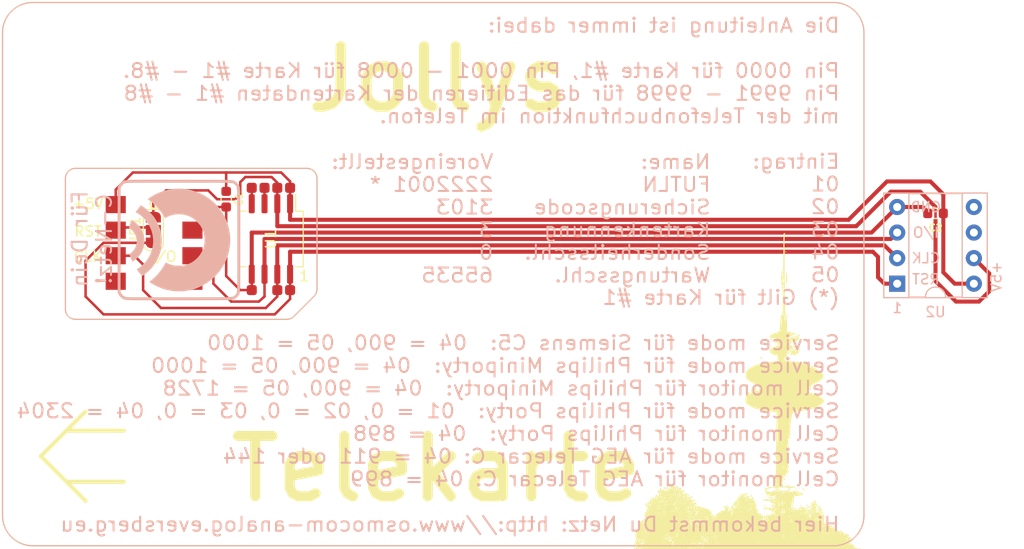
<source format=kicad_pcb>
(kicad_pcb (version 20211014) (generator pcbnew)
  (title_block (title "C-Netz SIM card emulator") (date "2022-06-01") (rev "V2.0") (company "Jolly") (comment 1 "Use 0.8mm PCB, not more!!!"))
  (layers (0 "F.Cu" signal) (31 "B.Cu" signal) (34 "B.Paste" user) (35 "F.Paste" user) (36 "B.SilkS" user "B.Silkscreen") (37 "F.SilkS" user "F.Silkscreen") (38 "B.Mask" user) (39 "F.Mask" user) (44 "Edge.Cuts" user))
  (net 0 "")
  (net 1 "+5V")
  (net 2 "GND")
  (net 3 "Net-(TP3-Pad1)")
  (net 4 "Net-(TP4-Pad1)")
  (net 5 "Net-(TP5-Pad1)")
  (net 6 "Net-(J1-Pad3)")
  (net 7 "Net-(J1-Pad2)")
  (net 8 "Net-(J1-Pad7)")
  (net 12 "Net-(TP7-Pad1)")
  (footprint "simkarte:tp_for_sim" (layer "F.Cu") (at 135.255 92.075)
    (fp_text reference "TP1" hide)
    (fp_text value "VCC" hide)
    (pad "1" smd roundrect locked (at 0 0) (size 1 1) (layers "F.Cu" "F.Paste" "F.Mask") (net 1 "+5V"))
  )
  (footprint "simkarte:tp_for_sim" (layer "F.Cu") (at 131.445 102.235)
    (fp_text reference "TP2" hide)
    (fp_text value "GND" hide)
    (pad "1" smd roundrect locked (at 0 0) (size 1 1) (layers "F.Cu" "F.Paste" "F.Mask") (net 2 "GND"))
  )
  (footprint "simkarte:tp_for_sim" (layer "F.Cu") (at 131.445 92.075)
    (fp_text reference "TP3" hide)
    (fp_text value "MOSI" hide)
    (pad "1" smd roundrect locked (at 0 0) (size 1 1) (layers "F.Cu" "F.Paste" "F.Mask") (net 3 "Net-(TP3-Pad1)"))
  )
  (footprint "simkarte:tp_for_sim" (layer "F.Cu") (at 132.715 92.075)
    (fp_text reference "TP4" hide)
    (fp_text value "MISO" hide)
    (pad "1" smd roundrect locked (at 0 0) (size 1 1) (layers "F.Cu" "F.Paste" "F.Mask") (net 4 "Net-(TP4-Pad1)"))
  )
  (footprint "simkarte:tp_for_sim" (layer "F.Cu") (at 133.985 92.075)
    (fp_text reference "TP5" hide)
    (fp_text value "SCK" hide)
    (pad "1" smd roundrect locked (at 0 0) (size 1 1) (layers "F.Cu" "F.Paste" "F.Mask") (net 5 "Net-(TP5-Pad1)"))
  )
  (footprint "simkarte:tp_for_sim" (layer "F.Cu") (at 133.985 102.235)
    (fp_text reference "TP6" hide)
    (fp_text value "CLOCK" hide)
    (pad "1" smd roundrect locked (at 0 0) (size 1 1) (layers "F.Cu" "F.Paste" "F.Mask") (net 6 "Net-(J1-Pad3)"))
  )
  (footprint "simkarte:tp_for_sim" (layer "F.Cu") (at 135.255 102.235)
    (fp_text reference "TP7" hide)
    (fp_text value "RESET" hide)
    (pad "1" smd roundrect locked (at 0 0) (size 1 1) (layers "F.Cu" "F.Paste" "F.Mask") (net 12 "Net-(TP7-Pad1)"))
  )
  (footprint "Capacitor_SMD:C_0603_1608Metric" (layer "F.Cu") (at 128.905 93.205 -90)
    (fp_text reference "C1" (at 0 -1.27 90) (layer "F.SilkS") (effects (font (size 0.7 0.7))))
    (fp_text value "C")
    (pad "1" smd roundrect (at -0.775 0 270) (size 0.9 0.95) (layers "F.Cu" "F.Paste" "F.Mask") (net 1 "+5V"))
    (pad "2" smd roundrect (at 0.775 0 270) (size 0.9 0.95) (layers "F.Cu" "F.Paste" "F.Mask") (net 2 "GND"))
  )
  (footprint "Capacitor_SMD:C_0603_1608Metric" (layer "F.Cu") (at 199.39 94.615 180)
    (fp_text reference "C2" (at 0 -1.43) (layer "F.SilkS") (effects (font (size 0.7 0.7))))
    (fp_text value "C")
    (pad "1" smd roundrect (at -0.775 0 180) (size 0.9 0.95) (layers "F.Cu" "F.Paste" "F.Mask") (net 1 "+5V"))
    (pad "2" smd roundrect (at 0.775 0 180) (size 0.9 0.95) (layers "F.Cu" "F.Paste" "F.Mask") (net 2 "GND"))
  )
  (footprint "simkarte:SIM-Pads" (layer "F.Cu") (at 106.68 73.66)
    (fp_text reference "J1" hide)
    (fp_text value "SIM_Card" hide)
    (pad "1" smd rect locked (at 11.25 20.08) (size 2 1.7) (layers "F.Cu" "F.Paste" "F.Mask") (net 1 "+5V"))
    (pad "2" smd rect locked (at 11.25 22.62) (size 2 1.7) (layers "F.Cu" "F.Paste" "F.Mask") (net 7 "Net-(J1-Pad2)"))
    (pad "3" smd rect locked (at 11.25 25.16) (size 2 1.7) (layers "F.Cu" "F.Paste" "F.Mask") (net 6 "Net-(J1-Pad3)"))
    (pad "4" smd rect locked (at 11.25 27.7) (size 2 1.7) (layers "F.Cu" "F.Paste" "F.Mask"))
    (pad "5" smd rect locked (at 18.87 20.08) (size 2 1.7) (layers "F.Cu" "F.Paste" "F.Mask") (net 2 "GND"))
    (pad "6" smd rect locked (at 18.87 22.62) (size 2 1.7) (layers "F.Cu" "F.Paste" "F.Mask"))
    (pad "7" smd rect locked (at 18.87 25.16) (size 2 1.7) (layers "F.Cu" "F.Paste" "F.Mask") (net 8 "Net-(J1-Pad7)"))
    (pad "8" smd rect locked (at 18.87 27.7) (size 2 1.7) (layers "F.Cu" "F.Paste" "F.Mask"))
  )
  (footprint "Jumper:SolderJumper-3_P1.3mm_Bridged12_RoundedPad1.0x1.5mm_NumberLabels" (layer "F.Cu") (at 121.666 96.266 90)
    (fp_text reference "JP1" (at 0 -1.8 90) (layer "F.SilkS"))
    (fp_text value "Jumper_3_Bridged12")
    (fp_poly (pts (xy -0.9 -0.3) (xy -0.4 -0.3) (xy -0.4 0.3) (xy -0.9 0.3)) (layer "F.Cu") (width 0) (fill solid))
    (pad "1" smd custom (at -1.3 0 90) (size 1 0.5) (layers "F.Cu" "F.Mask") (net 12 "Net-(TP7-Pad1)") (options (clearance outline) (anchor rect)) (primitives (gr_poly (pts (xy 0.55 0.75) (xy 0 0.75) (xy 0 -0.75) (xy 0.55 -0.75)) (width 0) (fill yes)) (gr_circle (center 0 0.25) (end 0.5 0.25) (width 0) (fill yes)) (gr_circle (center 0 -0.25) (end 0.5 -0.25) (width 0) (fill yes))))
    (pad "2" smd rect (at 0 0 90) (size 1 1.5) (layers "F.Cu" "F.Mask") (net 7 "Net-(J1-Pad2)"))
    (pad "3" smd custom (at 1.3 0 90) (size 1 0.5) (layers "F.Cu" "F.Mask") (net 5 "Net-(TP5-Pad1)") (options (clearance outline) (anchor rect)) (primitives (gr_circle (center 0 0.25) (end 0.5 0.25) (width 0) (fill yes)) (gr_circle (center 0 -0.25) (end 0.5 -0.25) (width 0) (fill yes)) (gr_poly (pts (xy 0 0.75) (xy -0.55 0.75) (xy -0.55 -0.75) (xy 0 -0.75)) (width 0) (fill yes))))
  )
  (footprint "simkarte:stollberg" (layer "F.Cu") (at 184.505199 111.259414)
    (fp_text reference "G***" (at 0 0) (layer "F.SilkS") (effects (font (size 1.524 1.524) (thickness 0.3))))
    (fp_text value "LOGO" hide)
  )
  (footprint "simkarte:SO-8_falschrum" (layer "F.Cu") (at 133.35 97.155 -90)
    (fp_text reference "U1" (at 0 0 90) (layer "F.SilkS"))
    (fp_text value "ATtiny85-20PU")
    (pad "1" smd roundrect (at 3.5 -1.905 270) (size 1.9 0.6) (layers "F.Cu" "F.Paste" "F.Mask") (net 12 "Net-(TP7-Pad1)"))
    (pad "2" smd roundrect (at 3.5 -0.635 270) (size 1.9 0.6) (layers "F.Cu" "F.Paste" "F.Mask") (net 6 "Net-(J1-Pad3)"))
    (pad "3" smd roundrect (at 3.5 0.635 270) (size 1.9 0.6) (layers "F.Cu" "F.Paste" "F.Mask") (net 8 "Net-(J1-Pad7)"))
    (pad "4" smd roundrect (at 3.5 1.905 270) (size 1.9 0.6) (layers "F.Cu" "F.Paste" "F.Mask") (net 2 "GND"))
    (pad "5" smd roundrect (at -3.5 1.905 270) (size 1.9 0.6) (layers "F.Cu" "F.Paste" "F.Mask") (net 3 "Net-(TP3-Pad1)"))
    (pad "6" smd roundrect (at -3.5 0.635 270) (size 1.9 0.6) (layers "F.Cu" "F.Paste" "F.Mask") (net 4 "Net-(TP4-Pad1)"))
    (pad "7" smd roundrect (at -3.5 -0.635 270) (size 1.9 0.6) (layers "F.Cu" "F.Paste" "F.Mask") (net 5 "Net-(TP5-Pad1)"))
    (pad "8" smd roundrect (at -3.5 -1.905 270) (size 1.9 0.6) (layers "F.Cu" "F.Paste" "F.Mask") (net 1 "+5V"))
  )
  (footprint "Package_DIP:DIP-8_W7.62mm_Socket" (layer "B.Cu") (at 195.58 101.6)
    (fp_text reference "U2" (at 3.81 2.81 180) (layer "B.SilkS") (effects (justify mirror)))
    (fp_text value "ATtiny85-20PU")
    (pad "1" thru_hole rect (at 0 0) (size 1.6 1.6) (drill 0.8) (layers *.Cu *.Mask) (net 12 "Net-(TP7-Pad1)"))
    (pad "2" thru_hole oval (at 0 -2.54) (size 1.6 1.6) (drill 0.8) (layers *.Cu *.Mask) (net 6 "Net-(J1-Pad3)"))
    (pad "3" thru_hole oval (at 0 -5.08) (size 1.6 1.6) (drill 0.8) (layers *.Cu *.Mask) (net 8 "Net-(J1-Pad7)"))
    (pad "4" thru_hole oval (at 0 -7.62) (size 1.6 1.6) (drill 0.8) (layers *.Cu *.Mask) (net 2 "GND"))
    (pad "5" thru_hole oval (at 7.62 -7.62) (size 1.6 1.6) (drill 0.8) (layers *.Cu *.Mask))
    (pad "6" thru_hole oval (at 7.62 -5.08) (size 1.6 1.6) (drill 0.8) (layers *.Cu *.Mask))
    (pad "7" thru_hole oval (at 7.62 -2.54) (size 1.6 1.6) (drill 0.8) (layers *.Cu *.Mask) (net 5 "Net-(TP5-Pad1)"))
    (pad "8" thru_hole oval (at 7.62 0) (size 1.6 1.6) (drill 0.8) (layers *.Cu *.Mask) (net 1 "+5V"))
  )
  (footprint "simkarte:ctel" (layer "B.Cu") (at 124.206 97.4 180)
    (fp_text reference "G***" hide)
    (fp_text value "LOGO" hide)
  )
  (gr_line (start 114.935 123.19) (end 110.49 118.745) (layer "F.SilkS") (width 0.4))
  (gr_line (start 113.03 121.285) (end 118.745 121.285) (layer "F.SilkS") (width 0.4))
  (gr_line (start 110.49 118.745) (end 114.935 114.3) (layer "F.SilkS") (width 0.4))
  (gr_line (start 113.03 116.205) (end 118.745 116.205) (layer "F.SilkS") (width 0.4))
  (gr_line (start 189.28 73.66) (end 109.68 73.66) (layer "Edge.Cuts") (width 0.001))
  (gr_line (start 192.28 76.66) (end 192.28 90.66) (layer "Edge.Cuts") (width 0.001))
  (gr_arc (start 192.28 90.66) (mid 208.188713 97.66) (end 192.28 104.66) (layer "Edge.Cuts") (width 0.001))
  (gr_line (start 192.28 124.64) (end 192.28 104.66) (layer "Edge.Cuts") (width 0.001))
  (gr_arc (start 109.68 127.64) (mid 107.55868 126.76132) (end 106.68 124.64) (layer "Edge.Cuts") (width 0.001))
  (gr_line (start 109.68 127.64) (end 189.28 127.64) (layer "Edge.Cuts") (width 0.001))
  (gr_arc (start 189.28 73.66) (mid 191.40132 74.53868) (end 192.28 76.66) (layer "Edge.Cuts") (width 0.001))
  (gr_arc (start 192.28 124.64) (mid 191.40132 126.76132) (end 189.28 127.64) (layer "Edge.Cuts") (width 0.001))
  (gr_arc (start 106.68 76.66) (mid 107.55868 74.53868) (end 109.68 73.66) (layer "Edge.Cuts") (width 0.001))
  (gr_line (start 106.68 76.66) (end 106.68 124.64) (layer "Edge.Cuts") (width 0.001))
  (gr_text "Voreingestellt:\n2222001 *\n3103\n3\n0\n65535" (at 155.575 95.123) (layer "B.SilkS") (effects (font (size 1.4 1.5) (thickness 0.2)) (justify left mirror)))
  (gr_text "Die Anleitung ist immer dabei:\n\nPin 0000 für Karte #1, Pin 0001 - 0008 für Karte #1 - #8.\nPin 9991 - 9998 für das Editieren der Kartendaten #1 - #8\nmit der Telefonbuchfunktion im Telefon.\n\nEintrag:\n01\n02\n03\n04\n05\n(*) Gilt für Karte #1\n\nService mode für Siemens C5:  04 = 900, 05 = 1000\nService mode für Philips Miniporty:  04 = 900, 05 = 1000\nCell monitor für Philips Miniporty:  04 = 900, 05 = 1728\nService mode für Philips Porty:  01 = 0, 02 = 0, 03 = 0, 04 = 2304\nCell monitor für Philips Porty:  04 = 898\nService mode für AEG Telecar C: 04 = 911 oder 144\nCell monitor für AEG Telecar C: 04 = 899\n\nHier bekommst Du Netz: http://www.osmocom-analog.eversberg.eu" (at 189.99 100.72) (layer "B.SilkS") (effects (font (size 1.4 1.5) (thickness 0.2)) (justify left mirror)))
  (gr_text "1" (at 195.58 104.013) (layer "B.SilkS") (effects (font (size 1 1)) (justify mirror)))
  (gr_text "RST" (at 198.43 101.16) (layer "B.SilkS") (effects (font (size 1 1)) (justify mirror)))
  (gr_text "Für Dein\nC-Netz!" (at 115.57 97.155 90) (layer "B.SilkS") (effects (font (size 1.5 1.5) (thickness 0.2)) (justify mirror)))
  (gr_text "Name:\nFUTLN\nSicherungscode\nKartenkennung\nSonderheitsschl.\nWartungsschl." (at 177.165 95.123) (layer "B.SilkS") (effects (font (size 1.4 1.5) (thickness 0.2)) (justify left mirror)))
  (gr_text "CLK" (at 198.43 99.06) (layer "B.SilkS") (effects (font (size 1 1)) (justify mirror)))
  (gr_text "GND" (at 198.43 93.98) (layer "B.SilkS") (effects (font (size 1 1)) (justify mirror)))
  (gr_text "+5V" (at 205.43 100.91 90) (layer "B.SilkS") (effects (font (size 1 1)) (justify mirror)))
  (gr_text "I/O" (at 198.43 96.52) (layer "B.SilkS") (effects (font (size 1 1)) (justify mirror)))
  (gr_text "Telekarte" (at 149.79 120) (layer "F.SilkS") (effects (font (size 6 6) (thickness 1))))
  (gr_text "Jollys" (at 149.99 81.28) (layer "F.SilkS") (effects (font (size 6 6) (thickness 1))))
  (gr_text "I/O" (at 122.68 98.91) (layer "F.SilkS") (effects (font (size 1 1))))
  (gr_text "CLK" (at 115.18 98.91) (layer "F.SilkS") (effects (font (size 1 1))))
  (gr_text "1" (at 136.652 100.838) (layer "F.SilkS") (effects (font (size 1 1))))
  (gr_text "RST\n" (at 115.18 96.41) (layer "F.SilkS") (effects (font (size 1 1))))
  (gr_text "GND" (at 122.68 93.66) (layer "F.SilkS") (effects (font (size 1 1))))
  (gr_text "+5V" (at 115.18 93.66) (layer "F.SilkS") (effects (font (size 1 1))))
  (segment (start 200.165 100.47) (end 200.165 94.615) (width 0.4) (layer "F.Cu") (net 1))
  (segment (start 135.255 95.25) (end 190.754 95.25) (width 0.4) (layer "F.Cu") (net 1))
  (segment (start 203.2 101.6) (end 201.295 101.6) (width 0.4) (layer "F.Cu") (net 1))
  (segment (start 135.255 92.075) (end 135.255 91.44) (width 0.25) (layer "F.Cu") (net 1))
  (segment (start 135.255 91.44) (end 134.366 90.551) (width 0.25) (layer "F.Cu") (net 1))
  (segment (start 194.564 91.44) (end 198.882 91.44) (width 0.4) (layer "F.Cu") (net 1))
  (segment (start 135.255 92.075) (end 135.255 94.072) (width 0.25) (layer "F.Cu") (net 1))
  (segment (start 128.905 92.43) (end 128.905 90.551) (width 0.25) (layer "F.Cu") (net 1))
  (segment (start 198.882 91.44) (end 200.165 92.723) (width 0.4) (layer "F.Cu") (net 1))
  (segment (start 119.634 90.551) (end 117.93 92.255) (width 0.25) (layer "F.Cu") (net 1))
  (segment (start 135.255 94.072) (end 135.255 95.25) (width 0.4) (layer "F.Cu") (net 1))
  (segment (start 201.295 101.6) (end 200.165 100.47) (width 0.4) (layer "F.Cu") (net 1))
  (segment (start 190.754 95.25) (end 194.564 91.44) (width 0.4) (layer "F.Cu") (net 1))
  (segment (start 117.93 92.255) (end 117.93 93.74) (width 0.25) (layer "F.Cu") (net 1))
  (segment (start 200.165 92.723) (end 200.165 94.615) (width 0.4) (layer "F.Cu") (net 1))
  (segment (start 134.366 90.551) (end 119.634 90.551) (width 0.25) (layer "F.Cu") (net 1))
  (segment (start 125.79 93.98) (end 125.55 93.74) (width 0.25) (layer "F.Cu") (net 2))
  (segment (start 193.04 96.52) (end 195.58 93.98) (width 0.4) (layer "F.Cu") (net 2))
  (segment (start 130.302 102.235) (end 131.445 102.235) (width 0.25) (layer "F.Cu") (net 2))
  (segment (start 131.445 99.222) (end 131.445 102.235) (width 0.25) (layer "F.Cu") (net 2))
  (segment (start 198.615 94.475) (end 198.12 93.98) (width 0.4) (layer "F.Cu") (net 2))
  (segment (start 131.445 100.655) (end 131.445 96.52) (width 0.4) (layer "F.Cu") (net 2))
  (segment (start 128.905 100.838) (end 130.302 102.235) (width 0.25) (layer "F.Cu") (net 2))
  (segment (start 131.445 96.52) (end 193.04 96.52) (width 0.4) (layer "F.Cu") (net 2))
  (segment (start 198.615 94.615) (end 198.615 94.475) (width 0.4) (layer "F.Cu") (net 2))
  (segment (start 198.12 93.98) (end 195.58 93.98) (width 0.4) (layer "F.Cu") (net 2))
  (segment (start 128.905 93.98) (end 128.905 100.838) (width 0.25) (layer "F.Cu") (net 2))
  (segment (start 128.905 93.98) (end 125.79 93.98) (width 0.25) (layer "F.Cu") (net 2))
  (segment (start 131.445 92.075) (end 131.445 94.072) (width 0.25) (layer "F.Cu") (net 3))
  (segment (start 132.715 92.075) (end 132.715 94.072) (width 0.25) (layer "F.Cu") (net 4))
  (segment (start 204.724 102.362) (end 203.708 103.378) (width 0.4) (layer "F.Cu") (net 5))
  (segment (start 129.807 93.205) (end 128.003 93.205) (width 0.25) (layer "F.Cu") (net 5))
  (segment (start 204.724 100.584) (end 204.724 100.838) (width 0.4) (layer "F.Cu") (net 5))
  (segment (start 122.936 92.329) (end 121.666 93.599) (width 0.25) (layer "F.Cu") (net 5))
  (segment (start 204.724 100.838) (end 204.724 102.362) (width 0.4) (layer "F.Cu") (net 5))
  (segment (start 199.39 95.25) (end 199.39 93.98) (width 0.25) (layer "F.Cu") (net 5))
  (segment (start 201.422 103.378) (end 199.39 101.346) (width 0.4) (layer "F.Cu") (net 5))
  (segment (start 191.516 95.885) (end 133.985 95.885) (width 0.4) (layer "F.Cu") (net 5))
  (segment (start 130.81 91.001) (end 130.302 91.509) (width 0.25) (layer "F.Cu") (net 5))
  (segment (start 133.419 91.001) (end 130.81 91.001) (width 0.25) (layer "F.Cu") (net 5))
  (segment (start 199.39 93.98) (end 197.866 92.456) (width 0.4) (layer "F.Cu") (net 5))
  (segment (start 130.302 92.71) (end 129.807 93.205) (width 0.25) (layer "F.Cu") (net 5))
  (segment (start 130.302 91.509) (end 130.302 92.71) (width 0.25) (layer "F.Cu") (net 5))
  (segment (start 133.985 92.075) (end 133.985 94.072) (width 0.25) (layer "F.Cu") (net 5))
  (segment (start 127.127 92.329) (end 122.936 92.329) (width 0.25) (layer "F.Cu") (net 5))
  (segment (start 128.003 93.205) (end 127.127 92.329) (width 0.25) (layer "F.Cu") (net 5))
  (segment (start 199.39 101.346) (end 199.39 95.504) (width 0.4) (layer "F.Cu") (net 5))
  (segment (start 133.985 92.075) (end 133.985 91.567) (width 0.25) (layer "F.Cu") (net 5))
  (segment (start 194.945 92.456) (end 191.516 95.885) (width 0.4) (layer "F.Cu") (net 5))
  (segment (start 203.2 99.06) (end 204.724 100.584) (width 0.4) (layer "F.Cu") (net 5))
  (segment (start 133.985 91.567) (end 133.419 91.001) (width 0.25) (layer "F.Cu") (net 5))
  (segment (start 203.708 103.378) (end 201.422 103.378) (width 0.4) (layer "F.Cu") (net 5))
  (segment (start 199.39 95.504) (end 199.39 95.25) (width 0.4) (layer "F.Cu") (net 5))
  (segment (start 121.666 93.599) (end 121.666 94.966) (width 0.25) (layer "F.Cu") (net 5))
  (segment (start 133.985 95.885) (end 133.985 93.655) (width 0.4) (layer "F.Cu") (net 5))
  (segment (start 197.866 92.456) (end 194.945 92.456) (width 0.4) (layer "F.Cu") (net 5))
  (segment (start 133.985 102.87) (end 133.985 102.235) (width 0.25) (layer "F.Cu") (net 6))
  (segment (start 120.65 99.695) (end 120.65 102.235) (width 0.25) (layer "F.Cu") (net 6))
  (segment (start 133.985 99.949) (end 133.985 97.79) (width 0.4) (layer "F.Cu") (net 6))
  (segment (start 132.842 104.013) (end 133.985 102.87) (width 0.25) (layer "F.Cu") (net 6))
  (segment (start 133.985 97.79) (end 194.31 97.79) (width 0.4) (layer "F.Cu") (net 6))
  (segment (start 194.31 97.79) (end 195.58 99.06) (width 0.4) (layer "F.Cu") (net 6))
  (segment (start 122.428 104.013) (end 132.842 104.013) (width 0.25) (layer "F.Cu") (net 6))
  (segment (start 133.985 99.949) (end 133.985 102.235) (width 0.25) (layer "F.Cu") (net 6))
  (segment (start 119.775 98.82) (end 120.65 99.695) (width 0.25) (layer "F.Cu") (net 6))
  (segment (start 120.65 102.235) (end 122.428 104.013) (width 0.25) (layer "F.Cu") (net 6))
  (segment (start 117.93 98.82) (end 119.775 98.82) (width 0.25) (layer "F.Cu") (net 6))
  (segment (start 121.412 96.012) (end 118.198 96.012) (width 0.25) (layer "F.Cu") (net 7))
  (segment (start 121.666 96.266) (end 121.412 96.012) (width 0.25) (layer "F.Cu") (net 7))
  (segment (start 118.198 96.012) (end 117.93 96.28) (width 0.25) (layer "F.Cu") (net 7))
  (segment (start 127.635 99.695) (end 126.76 98.82) (width 0.25) (layer "F.Cu") (net 8))
  (segment (start 132.715 99.222) (end 132.715 102.87) (width 0.25) (layer "F.Cu") (net 8))
  (segment (start 132.715 97.155) (end 194.945 97.155) (width 0.4) (layer "F.Cu") (net 8))
  (segment (start 132.715 102.87) (end 132.1435 103.378) (width 0.25) (layer "F.Cu") (net 8))
  (segment (start 129.413 103.378) (end 127.635 101.6) (width 0.25) (layer "F.Cu") (net 8))
  (segment (start 132.1435 103.378) (end 129.413 103.378) (width 0.25) (layer "F.Cu") (net 8))
  (segment (start 132.715 100.655) (end 132.715 97.155) (width 0.4) (layer "F.Cu") (net 8))
  (segment (start 194.945 97.155) (end 195.58 96.52) (width 0.4) (layer "F.Cu") (net 8))
  (segment (start 126.76 98.82) (end 125.55 98.82) (width 0.25) (layer "F.Cu") (net 8))
  (segment (start 127.635 101.6) (end 127.635 99.695) (width 0.25) (layer "F.Cu") (net 8))
  (segment (start 114.935 99.314) (end 116.713 97.536) (width 0.25) (layer "F.Cu") (net 12))
  (segment (start 193.167 98.425) (end 193.675 98.933) (width 0.4) (layer "F.Cu") (net 12))
  (segment (start 133.731 104.648) (end 116.713 104.648) (width 0.25) (layer "F.Cu") (net 12))
  (segment (start 135.255 100.203) (end 135.255 102.235) (width 0.25) (layer "F.Cu") (net 12))
  (segment (start 135.255 103.124) (end 133.731 104.648) (width 0.25) (layer "F.Cu") (net 12))
  (segment (start 135.255 98.425) (end 193.167 98.425) (width 0.4) (layer "F.Cu") (net 12))
  (segment (start 193.675 98.933) (end 193.675 100.965) (width 0.4) (layer "F.Cu") (net 12))
  (segment (start 121.636 97.536) (end 121.666 97.566) (width 0.25) (layer "F.Cu") (net 12))
  (segment (start 194.31 101.6) (end 195.58 101.6) (width 0.4) (layer "F.Cu") (net 12))
  (segment (start 135.255 100.203) (end 135.255 98.425) (width 0.4) (layer "F.Cu") (net 12))
  (segment (start 116.713 104.648) (end 114.935 102.87) (width 0.25) (layer "F.Cu") (net 12))
  (segment (start 116.713 97.536) (end 121.636 97.536) (width 0.25) (layer "F.Cu") (net 12))
  (segment (start 114.935 102.87) (end 114.935 99.314) (width 0.25) (layer "F.Cu") (net 12))
  (segment (start 135.255 102.235) (end 135.255 103.124) (width 0.25) (layer "F.Cu") (net 12))
  (segment (start 193.675 100.965) (end 194.31 101.6) (width 0.4) (layer "F.Cu") (net 12))
)
</source>
